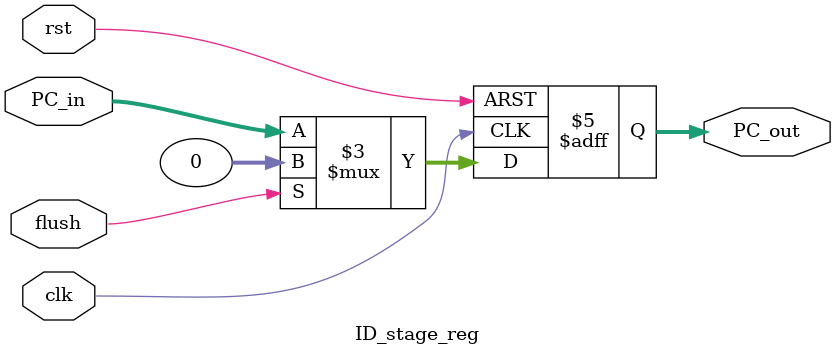
<source format=v>
module ID_stage_reg(
  input clk, rst, flush, 
  input [31:0] PC_in,
  output reg [31:0] PC_out
);
  always@(posedge clk, posedge rst) begin
    if(rst)
      PC_out <= 32'b0;
    else if(flush)
      PC_out <= 32'b0;
    else
      PC_out <= PC_in;
  end
endmodule  



</source>
